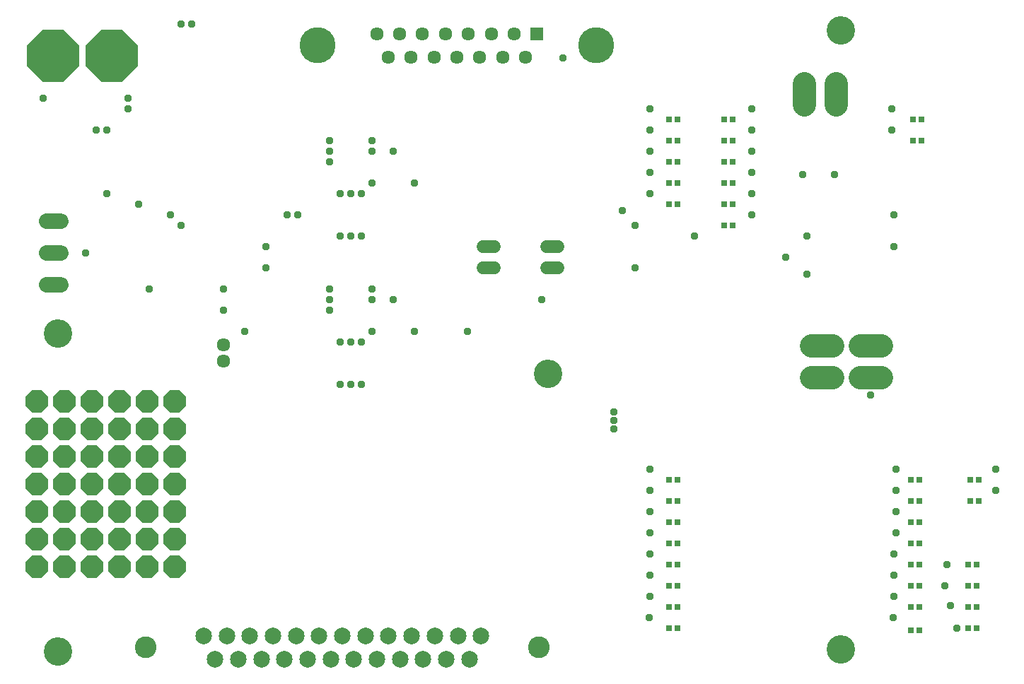
<source format=gbr>
G04 EAGLE Gerber RS-274X export*
G75*
%MOMM*%
%FSLAX34Y34*%
%LPD*%
%INSoldermask Bottom*%
%IPPOS*%
%AMOC8*
5,1,8,0,0,1.08239X$1,22.5*%
G01*
%ADD10C,3.403200*%
%ADD11C,1.879600*%
%ADD12P,6.731600X8X202.500000*%
%ADD13C,1.611200*%
%ADD14C,1.524000*%
%ADD15R,1.611200X1.611200*%
%ADD16C,4.319200*%
%ADD17C,1.993900*%
%ADD18C,2.603500*%
%ADD19C,2.755900*%
%ADD20R,0.803200X0.703200*%
%ADD21P,2.969212X8X22.500000*%
%ADD22C,0.959600*%


D10*
X68580Y492760D03*
X68580Y111760D03*
X1005840Y114300D03*
X1005840Y855980D03*
X655320Y444500D03*
D11*
X71882Y551180D02*
X55118Y551180D01*
X55118Y589280D02*
X71882Y589280D01*
X71882Y627380D02*
X55118Y627380D01*
D12*
X132800Y825500D03*
X62800Y825500D03*
D13*
X266700Y479900D03*
X266700Y459900D03*
D14*
X577596Y596900D02*
X590804Y596900D01*
X590804Y571500D02*
X577596Y571500D01*
X653796Y571500D02*
X667004Y571500D01*
X667004Y596900D02*
X653796Y596900D01*
D13*
X450200Y852400D03*
X477600Y852400D03*
X505000Y852400D03*
X532400Y852400D03*
X559800Y852400D03*
X587200Y852400D03*
X614600Y852400D03*
D15*
X642000Y852400D03*
D13*
X463900Y824000D03*
X491300Y824000D03*
X518700Y824000D03*
X546100Y824000D03*
X573500Y824000D03*
X600900Y824000D03*
X628300Y824000D03*
D16*
X379500Y838200D03*
X712700Y838200D03*
D17*
X408940Y131064D03*
X436626Y131064D03*
X464312Y131064D03*
X491998Y131064D03*
X519684Y131064D03*
X547370Y131064D03*
X575056Y131064D03*
X381254Y131064D03*
X353568Y131064D03*
X325882Y131064D03*
X298196Y131064D03*
X270510Y131064D03*
X242824Y131064D03*
X561213Y102616D03*
X533527Y102616D03*
X505841Y102616D03*
X478155Y102616D03*
X450469Y102616D03*
X422783Y102616D03*
X395097Y102616D03*
X367411Y102616D03*
X339725Y102616D03*
X312039Y102616D03*
X284353Y102616D03*
X256667Y102616D03*
D18*
X173736Y116840D03*
X644144Y116840D03*
D19*
X961390Y767017D02*
X961390Y792544D01*
X999490Y792544D02*
X999490Y767017D01*
D20*
X876220Y622300D03*
X866220Y622300D03*
X876220Y647700D03*
X866220Y647700D03*
X1092280Y749300D03*
X1102280Y749300D03*
X1092280Y723900D03*
X1102280Y723900D03*
X1089740Y190500D03*
X1099740Y190500D03*
X1089740Y165100D03*
X1099740Y165100D03*
X1089740Y137160D03*
X1099740Y137160D03*
X1170860Y317500D03*
X1160860Y317500D03*
X1170860Y292100D03*
X1160860Y292100D03*
X1089740Y317500D03*
X1099740Y317500D03*
X1089740Y292100D03*
X1099740Y292100D03*
X1089740Y266700D03*
X1099740Y266700D03*
X1089740Y215900D03*
X1099740Y215900D03*
X1089740Y241300D03*
X1099740Y241300D03*
X800180Y647700D03*
X810180Y647700D03*
X800180Y749300D03*
X810180Y749300D03*
X800180Y723900D03*
X810180Y723900D03*
X876220Y749300D03*
X866220Y749300D03*
X876220Y723900D03*
X866220Y723900D03*
X800180Y673100D03*
X810180Y673100D03*
X876220Y698500D03*
X866220Y698500D03*
D21*
X43180Y411480D03*
X43180Y378460D03*
X43180Y345440D03*
X43180Y312420D03*
X43180Y279400D03*
X43180Y246380D03*
X76200Y411480D03*
X76200Y378460D03*
X76200Y345440D03*
X76200Y312420D03*
X109220Y312420D03*
X76200Y279400D03*
X109220Y411480D03*
X76200Y246380D03*
X109220Y378460D03*
X76200Y213360D03*
X109220Y345440D03*
X109220Y213360D03*
X109220Y279400D03*
X142240Y411480D03*
X109220Y246380D03*
X142240Y378460D03*
X43180Y213360D03*
X142240Y345440D03*
X142240Y312420D03*
X142240Y279400D03*
X142240Y246380D03*
X142240Y213360D03*
X175260Y246380D03*
X175260Y378460D03*
X175260Y213360D03*
X175260Y345440D03*
X208280Y411480D03*
X175260Y312420D03*
X175260Y411480D03*
X175260Y279400D03*
X208280Y378460D03*
X208280Y213360D03*
X208280Y345440D03*
X208280Y312420D03*
X208280Y279400D03*
X208280Y246380D03*
D19*
X1028637Y440690D02*
X1054164Y440690D01*
X1054164Y478790D02*
X1028637Y478790D01*
X995744Y478790D02*
X970217Y478790D01*
X970217Y440690D02*
X995744Y440690D01*
D20*
X876220Y673100D03*
X866220Y673100D03*
X800180Y317500D03*
X810180Y317500D03*
X800180Y292100D03*
X810180Y292100D03*
X800180Y266700D03*
X810180Y266700D03*
X800180Y241300D03*
X810180Y241300D03*
X800180Y215900D03*
X810180Y215900D03*
X800180Y190500D03*
X810180Y190500D03*
X800180Y165100D03*
X810180Y165100D03*
X800180Y139700D03*
X810180Y139700D03*
X800180Y698500D03*
X810180Y698500D03*
X1158320Y215900D03*
X1168320Y215900D03*
X1158320Y190500D03*
X1168320Y190500D03*
X1158320Y165100D03*
X1168320Y165100D03*
X1158320Y139700D03*
X1168320Y139700D03*
D22*
X444500Y546100D03*
X444500Y533400D03*
X431800Y482600D03*
X419100Y482600D03*
X406400Y482600D03*
X406400Y660400D03*
X419100Y660400D03*
X431800Y660400D03*
X444500Y723900D03*
X444500Y711200D03*
X647700Y533400D03*
X101600Y589280D03*
X177800Y546100D03*
X215900Y863600D03*
X228600Y863600D03*
X50800Y774700D03*
X317500Y596900D03*
X317500Y571500D03*
X1069340Y635000D03*
X1069340Y596900D03*
X673100Y822960D03*
X830580Y609600D03*
X406400Y431800D03*
X431800Y431800D03*
X406400Y609600D03*
X431800Y609600D03*
X419100Y609600D03*
X355600Y635000D03*
X342900Y635000D03*
X393700Y546100D03*
X393700Y533400D03*
X393700Y520700D03*
X939800Y584200D03*
X759460Y571500D03*
X744220Y640080D03*
X444500Y673100D03*
X469900Y711200D03*
X444500Y495300D03*
X469900Y533400D03*
X393700Y723900D03*
X393700Y711200D03*
X393700Y698500D03*
X965200Y609600D03*
X965200Y563880D03*
X759460Y622300D03*
X495300Y673100D03*
X495300Y495300D03*
X558800Y495300D03*
X266700Y546100D03*
X1191260Y304800D03*
X734060Y378460D03*
X266700Y520700D03*
X1191260Y330200D03*
X734060Y388620D03*
X152400Y762000D03*
X152400Y774700D03*
X203200Y635000D03*
X215900Y622300D03*
X127000Y736600D03*
X114300Y736600D03*
X127000Y660400D03*
X165100Y647700D03*
X419100Y431800D03*
X1041400Y419100D03*
X1071880Y330200D03*
X292100Y495300D03*
X734060Y398780D03*
X960120Y683260D03*
X1066800Y762000D03*
X899160Y660400D03*
X998220Y683260D03*
X1066800Y736600D03*
X899160Y635000D03*
X777240Y762000D03*
X777240Y736600D03*
X777240Y711200D03*
X899160Y762000D03*
X899160Y736600D03*
X899160Y711200D03*
X1069340Y228600D03*
X1071880Y254000D03*
X1071880Y279400D03*
X1071880Y304800D03*
X1069340Y203200D03*
X1069340Y177800D03*
X1068610Y152400D03*
X777240Y685800D03*
X777240Y177800D03*
X776510Y152400D03*
X777240Y660400D03*
X899160Y685800D03*
X777240Y330200D03*
X777240Y304800D03*
X777240Y279400D03*
X777240Y254000D03*
X777240Y228600D03*
X777240Y203200D03*
X1144524Y139700D03*
X1137412Y167132D03*
X1130300Y190500D03*
X1132840Y215900D03*
M02*

</source>
